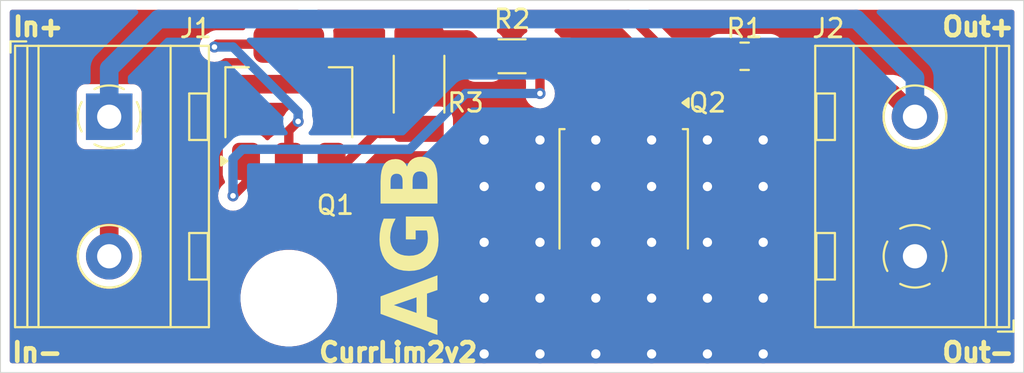
<source format=kicad_pcb>
(kicad_pcb (version 20240108) (generator "pcbnew") (generator_version "8.0")
  (layers (0 "F.Cu" signal) (31 "B.Cu" signal) (34 "B.Paste" user) (35 "F.Paste" user) (36 "B.SilkS" user "B.Silkscreen") (37 "F.SilkS" user "F.Silkscreen") (38 "B.Mask" user) (39 "F.Mask" user) (44 "Edge.Cuts" user))
  (net 0 "")
  (net 1 "Net-(J1-Pin_2)")
  (net 2 "Net-(J1-Pin_1)")
  (net 3 "Net-(Q1-C)")
  (net 4 "/Col")
  (net 5 "Net-(R2-Pad2)")
  (net 6 "Net-(Q1-E)")
  (footprint "MountingHole:MountingHole_3.2mm_M3" (layer "F.Cu") (at 115.5 106)
    (property "Reference" "H1" (hide yes))
    (property "Value" "MountingHole" (hide yes))
    (pad "" np_thru_hole circle (at 0 0) (size 3.2 3.2) (drill 3.2) (layers "*.Cu" "*.Mask"))
  )
  (footprint "TerminalBlock_RND:TerminalBlock_RND_205-00067_1x02_P7.50mm_Horizontal" (layer "F.Cu") (at 149.155 103.75 90)
    (property "Reference" "J2" (at 12.25 -4.655 0) (layer "F.SilkS"))
    (property "Value" "Screw_Terminal_01x02" (hide yes))
    (fp_line (start 11.31 -5.36) (end 11.31 5.06) (stroke (width 0.12)) (layer "F.SilkS"))
    (fp_line (start -3.81 -5.36) (end 11.31 -5.36) (stroke (width 0.12)) (layer "F.SilkS"))
    (fp_line (start -3.81 -5.36) (end -3.81 5.06) (stroke (width 0.12)) (layer "F.SilkS"))
    (fp_line (start 8.75 -5.301) (end 8.75 -4.301) (stroke (width 0.12)) (layer "F.SilkS"))
    (fp_line (start 6.25 -5.301) (end 8.75 -5.301) (stroke (width 0.12)) (layer "F.SilkS"))
    (fp_line (start 6.25 -5.301) (end 6.25 -4.301) (stroke (width 0.12)) (layer "F.SilkS"))
    (fp_line (start 1.25 -5.301) (end 1.25 -4.301) (stroke (width 0.12)) (layer "F.SilkS"))
    (fp_line (start -1.25 -5.301) (end 1.25 -5.301) (stroke (width 0.12)) (layer "F.SilkS"))
    (fp_line (start -1.25 -5.301) (end -1.25 -4.301) (stroke (width 0.12)) (layer "F.SilkS"))
    (fp_line (start 6.25 -4.301) (end 8.75 -4.301) (stroke (width 0.12)) (layer "F.SilkS"))
    (fp_line (start -1.25 -4.301) (end 1.25 -4.301) (stroke (width 0.12)) (layer "F.SilkS"))
    (fp_line (start -3.81 -3.301) (end 11.31 -3.301) (stroke (width 0.12)) (layer "F.SilkS"))
    (fp_line (start -3.81 3.8) (end 11.31 3.8) (stroke (width 0.12)) (layer "F.SilkS"))
    (fp_line (start -3.81 4.4) (end 11.31 4.4) (stroke (width 0.12)) (layer "F.SilkS"))
    (fp_line (start -4.05 4.46) (end -4.05 5.3) (stroke (width 0.12)) (layer "F.SilkS"))
    (fp_line (start -3.81 5.06) (end 11.31 5.06) (stroke (width 0.12)) (layer "F.SilkS"))
    (fp_line (start -4.05 5.3) (end -3.45 5.3) (stroke (width 0.12)) (layer "F.SilkS"))
    (fp_arc (start -0.789089 -1.483953) (mid -0.00005 -1.680708) (end 0.789 -1.484) (stroke (width 0.12)) (layer "F.SilkS"))
    (fp_arc (start 1.483953 -0.789089) (mid 1.680708 -0.00005) (end 1.484 0.789) (stroke (width 0.12)) (layer "F.SilkS"))
    (fp_arc (start -1.483953 0.789089) (mid -1.680708 0.00005) (end -1.484 -0.789) (stroke (width 0.12)) (layer "F.SilkS"))
    (fp_arc (start 0.788712 1.483352) (mid 0.406429 1.630097) (end 0 1.68) (stroke (width 0.12)) (layer "F.SilkS"))
    (fp_arc (start 0.029383 1.68045) (mid -0.392304 1.634281) (end -0.789 1.484) (stroke (width 0.12)) (layer "F.SilkS"))
    (fp_circle (center 7.5 0) (end 9.18 0) (stroke (width 0.12)) (fill none) (layer "F.SilkS"))
    (pad "1" thru_hole rect (at 0 0 90) (size 2.5 2.5) (drill 1.3) (layers "*.Cu" "*.Mask") (net 4 "/Col"))
    (pad "2" thru_hole circle (at 7.5 0 90) (size 2.5 2.5) (drill 1.3) (layers "*.Cu" "*.Mask") (net 2 "Net-(J1-Pin_1)"))
  )
  (footprint "Resistor_SMD:R_0805_2012Metric_Pad1.20x1.40mm_HandSolder" (layer "F.Cu") (at 140 93 180)
    (property "Reference" "R1" (at 0 1.5 180) (layer "F.SilkS"))
    (property "Value" "7k15" (hide yes))
    (fp_line (start -0.227064 0.735) (end 0.227064 0.735) (stroke (width 0.12)) (layer "F.SilkS"))
    (fp_line (start -0.227064 -0.735) (end 0.227064 -0.735) (stroke (width 0.12)) (layer "F.SilkS"))
    (pad "1" smd roundrect (at -1 0 180) (size 1.2 1.4) (layers "F.Cu" "F.Paste" "F.Mask") (roundrect_rratio 0.208333) (net 2 "Net-(J1-Pin_1)"))
    (pad "2" smd roundrect (at 1 0 180) (size 1.2 1.4) (layers "F.Cu" "F.Paste" "F.Mask") (roundrect_rratio 0.208333) (net 3 "Net-(Q1-C)"))
  )
  (footprint "TerminalBlock_RND:TerminalBlock_RND_205-00067_1x02_P7.50mm_Horizontal" (layer "F.Cu") (at 105.845 96.25 -90)
    (property "Reference" "J1" (at -4.75 -4.655 180) (layer "F.SilkS"))
    (property "Value" "Screw_Terminal_01x02" (hide yes))
    (fp_line (start -4.05 5.3) (end -3.45 5.3) (stroke (width 0.12)) (layer "F.SilkS"))
    (fp_line (start -3.81 5.06) (end 11.31 5.06) (stroke (width 0.12)) (layer "F.SilkS"))
    (fp_line (start -4.05 4.46) (end -4.05 5.3) (stroke (width 0.12)) (layer "F.SilkS"))
    (fp_line (start -3.81 4.4) (end 11.31 4.4) (stroke (width 0.12)) (layer "F.SilkS"))
    (fp_line (start -3.81 3.8) (end 11.31 3.8) (stroke (width 0.12)) (layer "F.SilkS"))
    (fp_line (start -3.81 -3.301) (end 11.31 -3.301) (stroke (width 0.12)) (layer "F.SilkS"))
    (fp_line (start -1.25 -4.301) (end 1.25 -4.301) (stroke (width 0.12)) (layer "F.SilkS"))
    (fp_line (start 6.25 -4.301) (end 8.75 -4.301) (stroke (width 0.12)) (layer "F.SilkS"))
    (fp_line (start -1.25 -5.301) (end -1.25 -4.301) (stroke (width 0.12)) (layer "F.SilkS"))
    (fp_line (start -1.25 -5.301) (end 1.25 -5.301) (stroke (width 0.12)) (layer "F.SilkS"))
    (fp_line (start 1.25 -5.301) (end 1.25 -4.301) (stroke (width 0.12)) (layer "F.SilkS"))
    (fp_line (start 6.25 -5.301) (end 6.25 -4.301) (stroke (width 0.12)) (layer "F.SilkS"))
    (fp_line (start 6.25 -5.301) (end 8.75 -5.301) (stroke (width 0.12)) (layer "F.SilkS"))
    (fp_line (start 8.75 -5.301) (end 8.75 -4.301) (stroke (width 0.12)) (layer "F.SilkS"))
    (fp_line (start -3.81 -5.36) (end -3.81 5.06) (stroke (width 0.12)) (layer "F.SilkS"))
    (fp_line (start -3.81 -5.36) (end 11.31 -5.36) (stroke (width 0.12)) (layer "F.SilkS"))
    (fp_line (start 11.31 -5.36) (end 11.31 5.06) (stroke (width 0.12)) (layer "F.SilkS"))
    (fp_arc (start 0.029383 1.68045) (mid -0.392304 1.634281) (end -0.789 1.484) (stroke (width 0.12)) (layer "F.SilkS"))
    (fp_arc (start 0.788712 1.483352) (mid 0.406429 1.630097) (end 0 1.68) (stroke (width 0.12)) (layer "F.SilkS"))
    (fp_arc (start -1.483953 0.789089) (mid -1.680708 0.00005) (end -1.484 -0.789) (stroke (width 0.12)) (layer "F.SilkS"))
    (fp_arc (start 1.483953 -0.789089) (mid 1.680708 -0.00005) (end 1.484 0.789) (stroke (width 0.12)) (layer "F.SilkS"))
    (fp_arc (start -0.789089 -1.483953) (mid -0.00005 -1.680708) (end 0.789 -1.484) (stroke (width 0.12)) (layer "F.SilkS"))
    (fp_circle (center 7.5 0) (end 9.18 0) (stroke (width 0.12)) (fill none) (layer "F.SilkS"))
    (pad "1" thru_hole rect (at 0 0 270) (size 2.5 2.5) (drill 1.3) (layers "*.Cu" "*.Mask") (net 2 "Net-(J1-Pin_1)"))
    (pad "2" thru_hole circle (at 7.5 0 270) (size 2.5 2.5) (drill 1.3) (layers "*.Cu" "*.Mask") (net 1 "Net-(J1-Pin_2)"))
  )
  (footprint "Resistor_SMD:R_2010_5025Metric_Pad1.40x2.65mm_HandSolder" (layer "F.Cu") (at 122.5 94.5 -90)
    (property "Reference" "R3" (at 1 -2.5 180) (layer "F.SilkS"))
    (property "Value" "470m" (hide yes))
    (fp_line (start -1.527064 1.36) (end 1.527064 1.36) (stroke (width 0.12)) (layer "F.SilkS"))
    (fp_line (start -1.527064 -1.36) (end 1.527064 -1.36) (stroke (width 0.12)) (layer "F.SilkS"))
    (pad "1" smd roundrect (at -2.4 0 270) (size 1.4 2.65) (layers "F.Cu" "F.Paste" "F.Mask") (roundrect_rratio 0.178571) (net 5 "Net-(R2-Pad2)"))
    (pad "2" smd roundrect (at 2.4 0 270) (size 1.4 2.65) (layers "F.Cu" "F.Paste" "F.Mask") (roundrect_rratio 0.178571) (net 1 "Net-(J1-Pin_2)"))
  )
  (footprint "Resistor_SMD:R_1206_3216Metric_Pad1.30x1.75mm_HandSolder" (layer "F.Cu") (at 127.5 93 180)
    (property "Reference" "R2" (at 0 2 180) (layer "F.SilkS"))
    (property "Value" "20m" (hide yes))
    (fp_line (start -0.727064 0.91) (end 0.727064 0.91) (stroke (width 0.12)) (layer "F.SilkS"))
    (fp_line (start -0.727064 -0.91) (end 0.727064 -0.91) (stroke (width 0.12)) (layer "F.SilkS"))
    (pad "1" smd roundrect (at -1.55 0 180) (size 1.3 1.75) (layers "F.Cu" "F.Paste" "F.Mask") (roundrect_rratio 0.192308) (net 6 "Net-(Q1-E)"))
    (pad "2" smd roundrect (at 1.55 0 180) (size 1.3 1.75) (layers "F.Cu" "F.Paste" "F.Mask") (roundrect_rratio 0.192308) (net 5 "Net-(R2-Pad2)"))
  )
  (footprint "Package_TO_SOT_SMD:SOT-223-3_TabPin2" (layer "F.Cu") (at 115.5 95.5 90)
    (property "Reference" "Q1" (at -5.5 2.5 0) (layer "F.SilkS"))
    (property "Value" "BCP54" (hide yes))
    (fp_line (start 1.91 -3.41) (end 1.91 -2.15) (stroke (width 0.12)) (layer "F.SilkS"))
    (fp_line (start -1.85 -3.41) (end 1.91 -3.41) (stroke (width 0.12)) (layer "F.SilkS"))
    (fp_line (start 1.91 3.41) (end 1.91 2.15) (stroke (width 0.12)) (layer "F.SilkS"))
    (fp_line (start -1.85 3.41) (end 1.91 3.41) (stroke (width 0.12)) (layer "F.SilkS"))
    (fp_poly (pts (xy -3.13 -3.31) (xy -3.37 -3.64) (xy -2.89 -3.64) (xy -3.13 -3.31)) (stroke (width 0.12)) (fill solid) (layer "F.SilkS"))
    (pad "1" smd roundrect (at -3.15 -2.3 90) (size 2 1.5) (layers "F.Cu" "F.Paste" "F.Mask") (net 6 "Net-(Q1-E)"))
    (pad "2" smd roundrect (at -3.15 0 90) (size 2 1.5) (layers "F.Cu" "F.Paste" "F.Mask") (net 3 "Net-(Q1-C)"))
    (pad "2" smd roundrect (at 3.15 0 90) (size 2 3.8) (layers "F.Cu" "F.Paste" "F.Mask") (net 3 "Net-(Q1-C)"))
    (pad "3" smd roundrect (at -3.15 2.3 90) (size 2 1.5) (layers "F.Cu" "F.Paste" "F.Mask") (net 1 "Net-(J1-Pin_2)"))
  )
  (footprint "Package_TO_SOT_SMD:TO-252-3_TabPin2" (layer "F.Cu") (at 133.5 100.225 -90)
    (property "Reference" "Q2" (at -4.725 -4.5 180) (layer "F.SilkS"))
    (property "Value" "MJD112" (hide yes))
    (fp_line (start -3.31 3.45) (end -3.31 3.18) (stroke (width 0.12)) (layer "F.SilkS"))
    (fp_line (start 3.11 3.45) (end -3.31 3.45) (stroke (width 0.12)) (layer "F.SilkS"))
    (fp_line (start -3.31 -3.45) (end -3.31 -3.18) (stroke (width 0.12)) (layer "F.SilkS"))
    (fp_line (start 3.11 -3.45) (end -3.31 -3.45) (stroke (width 0.12)) (layer "F.SilkS"))
    (fp_poly (pts (xy -4.725 -3.16) (xy -4.965 -3.49) (xy -4.485 -3.49) (xy -4.725 -3.16)) (stroke (width 0.12)) (fill solid) (layer "F.SilkS"))
    (pad "1" smd roundrect (at -5.04 -2.28 270) (size 2.2 1.2) (layers "F.Cu" "F.Paste" "F.Mask") (roundrect_rratio 0.208333) (net 3 "Net-(Q1-C)"))
    (pad "2" smd roundrect (at -5.04 0 270) (size 2.2 1.2) (layers "F.Cu" "F.Paste" "F.Mask") (roundrect_rratio 0.208333) (net 4 "/Col"))
    (pad "2" smd roundrect (at -0.415 -1.525 270) (size 3.05 2.75) (layers "F.Cu" "F.Paste") (roundrect_rratio 0.090909) (net 4 "/Col"))
    (pad "2" smd roundrect (at -0.415 1.525 270) (size 3.05 2.75) (layers "F.Cu" "F.Paste") (roundrect_rratio 0.090909) (net 4 "/Col"))
    (pad "2" smd roundrect (at 1.26 0 270) (size 6.4 5.8) (layers "F.Cu" "F.Mask") (roundrect_rratio 0.043103) (net 4 "/Col"))
    (pad "2" smd roundrect (at 2.935 -1.525 270) (size 3.05 2.75) (layers "F.Cu" "F.Paste") (roundrect_rratio 0.090909) (net 4 "/Col"))
    (pad "2" smd roundrect (at 2.935 1.525 270) (size 3.05 2.75) (layers "F.Cu" "F.Paste") (roundrect_rratio 0.090909) (net 4 "/Col"))
    (pad "3" smd roundrect (at -5.04 2.28 270) (size 2.2 1.2) (layers "F.Cu" "F.Paste" "F.Mask") (roundrect_rratio 0.208333) (net 6 "Net-(Q1-E)"))
  )
  (gr_rect (start 100 90) (end 155 110) (stroke (width 0.05)) (fill none) (layer "Edge.Cuts"))
  (gr_text "AGB" (at 124 108 90) (layer "F.SilkS") (effects (font (size 3 3) (thickness 0.3) (bold yes)) (justify left bottom)))
  (gr_text "In-" (at 100.5 109.5 0) (layer "F.SilkS") (effects (font (size 1 1) (thickness 0.25) (bold yes)) (justify left bottom)))
  (gr_text "CurrLim2v2" (at 117 109.5 0) (layer "F.SilkS") (effects (font (size 1 1) (thickness 0.25) (bold yes)) (justify left bottom)))
  (gr_text "Out+" (at 150.5 92 0) (layer "F.SilkS") (effects (font (size 1 1) (thickness 0.25) (bold yes)) (justify left bottom)))
  (gr_text "Out-" (at 150.5 109.5 0) (layer "F.SilkS") (effects (font (size 1 1) (thickness 0.25) (bold yes)) (justify left bottom)))
  (gr_text "In+" (at 100.545 92 0) (layer "F.SilkS") (effects (font (size 1 1) (thickness 0.25) (bold yes)) (justify left bottom)))
  (segment (start 118 94.5) (end 112 94.5) (width 1) (layer "F.Cu") (net 1))
  (segment (start 122.5 96.9) (end 120.4 96.9) (width 1) (layer "F.Cu") (net 1))
  (segment (start 117.8 98.65) (end 118.65 98.65) (width 0.5) (layer "F.Cu") (net 1))
  (segment (start 118 98.85) (end 117.8 98.65) (width 0.5) (layer "F.Cu") (net 1))
  (segment (start 105.845 100.655) (end 105.845 103.75) (width 1) (layer "F.Cu") (net 1))
  (segment (start 120.4 96.9) (end 118 94.5) (width 1) (layer "F.Cu") (net 1))
  (segment (start 118.65 98.65) (end 120.4 96.9) (width 0.5) (layer "F.Cu") (net 1))
  (segment (start 112 94.5) (end 105.845 100.655) (width 1) (layer "F.Cu") (net 1))
  (segment (start 147.905 95) (end 149.155 96.25) (width 1) (layer "F.Cu") (net 2))
  (segment (start 143 95) (end 147.905 95) (width 1) (layer "F.Cu") (net 2))
  (segment (start 141 93) (end 143 95) (width 1) (layer "F.Cu") (net 2))
  (segment (start 149.155 94.155) (end 149.155 96.25) (width 1) (layer "B.Cu") (net 2))
  (segment (start 105.845 96.25) (end 105.845 93.655) (width 1) (layer "B.Cu") (net 2))
  (segment (start 146 91) (end 149.155 94.155) (width 1) (layer "B.Cu") (net 2))
  (segment (start 108.5 91) (end 146 91) (width 1) (layer "B.Cu") (net 2))
  (segment (start 105.845 93.655) (end 108.5 91) (width 1) (layer "B.Cu") (net 2))
  (segment (start 135.78 95.185) (end 135.78 93.435) (width 1) (layer "F.Cu") (net 3))
  (segment (start 136.04 93.175) (end 136.215 93) (width 1) (layer "F.Cu") (net 3))
  (segment (start 117.1 90.75) (end 115.5 92.35) (width 0.5) (layer "F.Cu") (net 3))
  (segment (start 116 96.5) (end 115.5 97) (width 0.5) (layer "F.Cu") (net 3))
  (segment (start 136.215 93) (end 139 93) (width 1) (layer "F.Cu") (net 3))
  (segment (start 111.65 92.35) (end 115.5 92.35) (width 0.5) (layer "F.Cu") (net 3))
  (segment (start 135.78 93.435) (end 136.04 93.175) (width 1) (layer "F.Cu") (net 3))
  (segment (start 115.5 97) (end 115.5 98.65) (width 0.5) (layer "F.Cu") (net 3))
  (segment (start 136.04 93.04) (end 133.75 90.75) (width 0.5) (layer "F.Cu") (net 3))
  (segment (start 133.75 90.75) (end 117.1 90.75) (width 0.5) (layer "F.Cu") (net 3))
  (segment (start 111.5 92.5) (end 111.65 92.35) (width 0.5) (layer "F.Cu") (net 3))
  (segment (start 136.04 93.175) (end 136.04 93.04) (width 0.5) (layer "F.Cu") (net 3))
  (via (at 111.5 92.5) (size 0.6) (drill 0.3) (layers "F.Cu" "B.Cu") (net 3))
  (via (at 116 96.5) (size 0.6) (drill 0.3) (layers "F.Cu" "B.Cu") (net 3))
  (segment (start 112.5 92.5) (end 111.5 92.5) (width 0.5) (layer "B.Cu") (net 3))
  (segment (start 116 96) (end 112.5 92.5) (width 0.5) (layer "B.Cu") (net 3))
  (segment (start 116 96.5) (end 116 96) (width 0.5) (layer "B.Cu") (net 3))
  (via (at 132 97.5) (size 1) (drill 0.5) (layers "F.Cu" "B.Cu") (net 4))
  (via (at 132 106) (size 1) (drill 0.5) (layers "F.Cu" "B.Cu") (net 4))
  (via (at 141 109) (size 1) (drill 0.5) (layers "F.Cu" "B.Cu") (net 4))
  (via (at 126 106) (size 1) (drill 0.5) (layers "F.Cu" "B.Cu") (net 4))
  (via (at 132 103) (size 1) (drill 0.5) (layers "F.Cu" "B.Cu") (net 4))
  (via (at 141 100) (size 1) (drill 0.5) (layers "F.Cu" "B.Cu") (net 4))
  (via (at 129 109) (size 1) (drill 0.5) (layers "F.Cu" "B.Cu") (net 4))
  (via (at 129 103) (size 1) (drill 0.5) (layers "F.Cu" "B.Cu") (net 4))
  (via (at 135 103) (size 1) (drill 0.5) (layers "F.Cu" "B.Cu") (net 4))
  (via (at 138 109) (size 1) (drill 0.5) (layers "F.Cu" "B.Cu") (net 4))
  (via (at 138 100) (size 1) (drill 0.5) (layers "F.Cu" "B.Cu") (net 4))
  (via (at 126 100) (size 1) (drill 0.5) (layers "F.Cu" "B.Cu") (net 4))
  (via (at 135 109) (size 1) (drill 0.5) (layers "F.Cu" "B.Cu") (net 4))
  (via (at 132 100) (size 1) (drill 0.5) (layers "F.Cu" "B.Cu") (net 4))
  (via (at 135 100) (size 1) (drill 0.5) (layers "F.Cu" "B.Cu") (net 4))
  (via (at 141 106) (size 1) (drill 0.5) (layers "F.Cu" "B.Cu") (net 4))
  (via (at 126 109) (size 1) (drill 0.5) (layers "F.Cu" "B.Cu") (net 4))
  (via (at 138 106) (size 1) (drill 0.5) (layers "F.Cu" "B.Cu") (net 4))
  (via (at 129 106) (size 1) (drill 0.5) (layers "F.Cu" "B.Cu") (net 4))
  (via (at 141 103) (size 1) (drill 0.5) (layers "F.Cu" "B.Cu") (net 4))
  (via (at 129 100) (size 1) (drill 0.5) (layers "F.Cu" "B.Cu") (net 4))
  (via (at 135 97.5) (size 1) (drill 0.5) (layers "F.Cu" "B.Cu") (net 4))
  (via (at 126 103) (size 1) (drill 0.5) (layers "F.Cu" "B.Cu") (net 4))
  (via (at 126 97.5) (size 1) (drill 0.5) (layers "F.Cu" "B.Cu") (net 4))
  (via (at 129 97.5) (size 1) (drill 0.5) (layers "F.Cu" "B.Cu") (net 4))
  (via (at 132 109) (size 1) (drill 0.5) (layers "F.Cu" "B.Cu") (net 4))
  (via (at 138 97.5) (size 1) (drill 0.5) (layers "F.Cu" "B.Cu") (net 4))
  (via (at 135 106) (size 1) (drill 0.5) (layers "F.Cu" "B.Cu") (net 4))
  (via (at 138 103) (size 1) (drill 0.5) (layers "F.Cu" "B.Cu") (net 4))
  (via (at 141 97.5) (size 1) (drill 0.5) (layers "F.Cu" "B.Cu") (net 4))
  (segment (start 125.05 92.1) (end 125.95 93) (width 1) (layer "F.Cu") (net 5))
  (segment (start 122.5 92.1) (end 125.05 92.1) (width 1) (layer "F.Cu") (net 5))
  (segment (start 130.5 93) (end 129.05 93) (width 1) (layer "F.Cu") (net 6))
  (segment (start 129 95) (end 129 93.05) (width 0.5) (layer "F.Cu") (net 6))
  (segment (start 129 93.05) (end 129.05 93) (width 0.5) (layer "F.Cu") (net 6))
  (segment (start 131.22 93.72) (end 130.5 93) (width 1) (layer "F.Cu") (net 6))
  (segment (start 131.22 95.185) (end 131.22 93.72) (width 1) (layer "F.Cu") (net 6))
  (segment (start 113.2 99.8) (end 112.5 100.5) (width 0.5) (layer "F.Cu") (net 6))
  (segment (start 113.2 98.65) (end 113.2 99.8) (width 0.5) (layer "F.Cu") (net 6))
  (via (at 129 95) (size 0.6) (drill 0.3) (layers "F.Cu" "B.Cu") (net 6))
  (via (at 112.5 100.5) (size 0.6) (drill 0.3) (layers "F.Cu" "B.Cu") (net 6))
  (segment (start 112.5 98.5) (end 113 98) (width 0.5) (layer "B.Cu") (net 6))
  (segment (start 123.5 96.5) (end 125 95) (width 0.5) (layer "B.Cu") (net 6))
  (segment (start 112.5 100.5) (end 112.5 98.5) (width 0.5) (layer "B.Cu") (net 6))
  (segment (start 113 98) (end 122 98) (width 0.5) (layer "B.Cu") (net 6))
  (segment (start 125 95) (end 129 95) (width 0.5) (layer "B.Cu") (net 6))
  (segment (start 122 98) (end 123.5 96.5) (width 0.5) (layer "B.Cu") (net 6))
  (zone (net 4) (net_name "/Col") (layer "F.Cu") (connect_pads yes (clearance 0.5)) (min_thickness 0.25) (fill yes (thermal_gap 0.5) (thermal_bridge_width 0.5))
    (polygon (pts (xy 100 90) (xy 155 90) (xy 155 110) (xy 100 110)))
  )
  (zone (net 4) (net_name "/Col") (layer "B.Cu") (priority 1) (connect_pads yes (clearance 0.5)) (min_thickness 0.25) (fill yes (thermal_gap 0.5) (thermal_bridge_width 0.5))
    (polygon (pts (xy 100 90) (xy 155 90) (xy 155 110) (xy 100 110)))
  )
)
</source>
